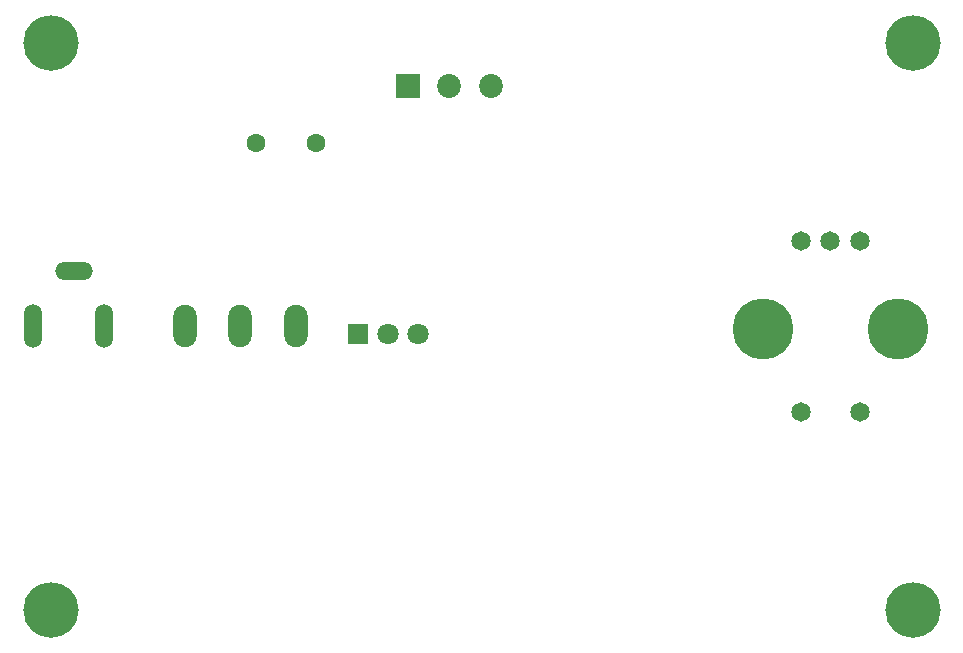
<source format=gbr>
%TF.GenerationSoftware,KiCad,Pcbnew,8.0.2*%
%TF.CreationDate,2024-12-31T23:00:35-06:00*%
%TF.ProjectId,LampBoardModule,4c616d70-426f-4617-9264-4d6f64756c65,rev?*%
%TF.SameCoordinates,Original*%
%TF.FileFunction,Soldermask,Bot*%
%TF.FilePolarity,Negative*%
%FSLAX46Y46*%
G04 Gerber Fmt 4.6, Leading zero omitted, Abs format (unit mm)*
G04 Created by KiCad (PCBNEW 8.0.2) date 2024-12-31 23:00:35*
%MOMM*%
%LPD*%
G01*
G04 APERTURE LIST*
%ADD10C,1.650000*%
%ADD11C,5.161000*%
%ADD12C,4.700000*%
%ADD13O,2.000000X3.600000*%
%ADD14O,1.500000X3.700000*%
%ADD15O,3.200000X1.500000*%
%ADD16R,1.800000X1.800000*%
%ADD17C,1.800000*%
%ADD18R,2.025000X2.025000*%
%ADD19C,2.025000*%
%ADD20C,1.600000*%
G04 APERTURE END LIST*
D10*
%TO.C,SW1*%
X116500000Y-112000000D03*
X111500000Y-112000000D03*
X116500000Y-97500000D03*
X111500000Y-97500000D03*
X114000000Y-97500000D03*
D11*
X119700000Y-105000000D03*
X108300000Y-105000000D03*
%TD*%
D12*
%TO.C,H3*%
X121000000Y-128750000D03*
%TD*%
D13*
%TO.C,SW2*%
X68750000Y-104700000D03*
X64050000Y-104700000D03*
X59350000Y-104700000D03*
%TD*%
D12*
%TO.C,H1*%
X48000000Y-80750000D03*
%TD*%
%TO.C,H4*%
X121000000Y-80750000D03*
%TD*%
%TO.C,H2*%
X48000000Y-128750000D03*
%TD*%
D14*
%TO.C,J4*%
X52500000Y-104750000D03*
X46500000Y-104750000D03*
D15*
X50000000Y-100100000D03*
%TD*%
D16*
%TO.C,J1*%
X74020000Y-105400000D03*
D17*
X76560000Y-105400000D03*
X79100000Y-105400000D03*
%TD*%
D18*
%TO.C,J3*%
X78250000Y-84375000D03*
D19*
X81750000Y-84375000D03*
X85250000Y-84375000D03*
%TD*%
D20*
%TO.C,C4*%
X70500000Y-89250000D03*
X65420000Y-89250000D03*
%TD*%
M02*

</source>
